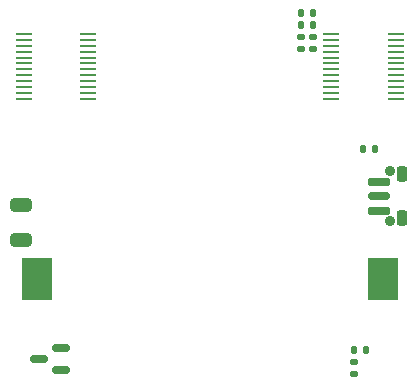
<source format=gbr>
%TF.GenerationSoftware,KiCad,Pcbnew,7.0.7*%
%TF.CreationDate,2023-10-31T11:13:53+10:00*%
%TF.ProjectId,LEDBoard,4c454442-6f61-4726-942e-6b696361645f,rev?*%
%TF.SameCoordinates,Original*%
%TF.FileFunction,Soldermask,Bot*%
%TF.FilePolarity,Negative*%
%FSLAX46Y46*%
G04 Gerber Fmt 4.6, Leading zero omitted, Abs format (unit mm)*
G04 Created by KiCad (PCBNEW 7.0.7) date 2023-10-31 11:13:53*
%MOMM*%
%LPD*%
G01*
G04 APERTURE LIST*
G04 Aperture macros list*
%AMRoundRect*
0 Rectangle with rounded corners*
0 $1 Rounding radius*
0 $2 $3 $4 $5 $6 $7 $8 $9 X,Y pos of 4 corners*
0 Add a 4 corners polygon primitive as box body*
4,1,4,$2,$3,$4,$5,$6,$7,$8,$9,$2,$3,0*
0 Add four circle primitives for the rounded corners*
1,1,$1+$1,$2,$3*
1,1,$1+$1,$4,$5*
1,1,$1+$1,$6,$7*
1,1,$1+$1,$8,$9*
0 Add four rect primitives between the rounded corners*
20,1,$1+$1,$2,$3,$4,$5,0*
20,1,$1+$1,$4,$5,$6,$7,0*
20,1,$1+$1,$6,$7,$8,$9,0*
20,1,$1+$1,$8,$9,$2,$3,0*%
G04 Aperture macros list end*
%ADD10R,2.600000X3.600000*%
%ADD11RoundRect,0.062500X0.587500X0.062500X-0.587500X0.062500X-0.587500X-0.062500X0.587500X-0.062500X0*%
%ADD12C,0.900000*%
%ADD13RoundRect,0.187500X-0.712500X0.187500X-0.712500X-0.187500X0.712500X-0.187500X0.712500X0.187500X0*%
%ADD14RoundRect,0.150000X-0.750000X0.150000X-0.750000X-0.150000X0.750000X-0.150000X0.750000X0.150000X0*%
%ADD15RoundRect,0.225000X-0.225000X0.425000X-0.225000X-0.425000X0.225000X-0.425000X0.225000X0.425000X0*%
%ADD16RoundRect,0.135000X0.185000X-0.135000X0.185000X0.135000X-0.185000X0.135000X-0.185000X-0.135000X0*%
%ADD17RoundRect,0.135000X0.135000X0.185000X-0.135000X0.185000X-0.135000X-0.185000X0.135000X-0.185000X0*%
%ADD18RoundRect,0.135000X-0.185000X0.135000X-0.185000X-0.135000X0.185000X-0.135000X0.185000X0.135000X0*%
%ADD19RoundRect,0.150000X0.587500X0.150000X-0.587500X0.150000X-0.587500X-0.150000X0.587500X-0.150000X0*%
%ADD20RoundRect,0.135000X-0.135000X-0.185000X0.135000X-0.185000X0.135000X0.185000X-0.135000X0.185000X0*%
%ADD21RoundRect,0.250000X0.650000X-0.325000X0.650000X0.325000X-0.650000X0.325000X-0.650000X-0.325000X0*%
G04 APERTURE END LIST*
D10*
%TO.C,BT1*%
X2850000Y-24500000D03*
X32150000Y-24500000D03*
%TD*%
D11*
%TO.C,J2*%
X33250000Y-3750000D03*
X27750000Y-3750000D03*
X33250000Y-4250000D03*
X27750000Y-4250000D03*
X33250000Y-4750000D03*
X27750000Y-4750000D03*
X33250000Y-5250000D03*
X27750000Y-5250000D03*
X33250000Y-5750000D03*
X27750000Y-5750000D03*
X33250000Y-6250000D03*
X27750000Y-6250000D03*
X33250000Y-6750000D03*
X27750000Y-6750000D03*
X33250000Y-7250000D03*
X27750000Y-7250000D03*
X33250000Y-7750000D03*
X27750000Y-7750000D03*
X33250000Y-8250000D03*
X27750000Y-8250000D03*
X33250000Y-8750000D03*
X27750000Y-8750000D03*
X33250000Y-9250000D03*
X27750000Y-9250000D03*
%TD*%
D12*
%TO.C,SW1*%
X32750000Y-15375000D03*
X32750000Y-19625000D03*
D13*
X31850000Y-16275000D03*
X31850000Y-18725000D03*
D14*
X31850000Y-17500000D03*
D15*
X33800000Y-15650000D03*
X33800000Y-19350000D03*
%TD*%
D16*
%TO.C,R2*%
X26250000Y-5010000D03*
X26250000Y-3990000D03*
%TD*%
D17*
%TO.C,R6*%
X30760000Y-30500000D03*
X29740000Y-30500000D03*
%TD*%
D18*
%TO.C,R1*%
X25250000Y-3990000D03*
X25250000Y-5010000D03*
%TD*%
D19*
%TO.C,Q1*%
X4937500Y-30300000D03*
X4937500Y-32200000D03*
X3062500Y-31250000D03*
%TD*%
D16*
%TO.C,R5*%
X29750000Y-32510000D03*
X29750000Y-31490000D03*
%TD*%
D11*
%TO.C,J1*%
X7250000Y-3750000D03*
X1750000Y-3750000D03*
X7250000Y-4250000D03*
X1750000Y-4250000D03*
X7250000Y-4750000D03*
X1750000Y-4750000D03*
X7250000Y-5250000D03*
X1750000Y-5250000D03*
X7250000Y-5750000D03*
X1750000Y-5750000D03*
X7250000Y-6250000D03*
X1750000Y-6250000D03*
X7250000Y-6750000D03*
X1750000Y-6750000D03*
X7250000Y-7250000D03*
X1750000Y-7250000D03*
X7250000Y-7750000D03*
X1750000Y-7750000D03*
X7250000Y-8250000D03*
X1750000Y-8250000D03*
X7250000Y-8750000D03*
X1750000Y-8750000D03*
X7250000Y-9250000D03*
X1750000Y-9250000D03*
%TD*%
D17*
%TO.C,R7*%
X31510000Y-13500000D03*
X30490000Y-13500000D03*
%TD*%
D20*
%TO.C,R4*%
X25240000Y-2000000D03*
X26260000Y-2000000D03*
%TD*%
D21*
%TO.C,C1*%
X1500000Y-21225000D03*
X1500000Y-18275000D03*
%TD*%
D20*
%TO.C,R3*%
X25240000Y-3000000D03*
X26260000Y-3000000D03*
%TD*%
M02*

</source>
